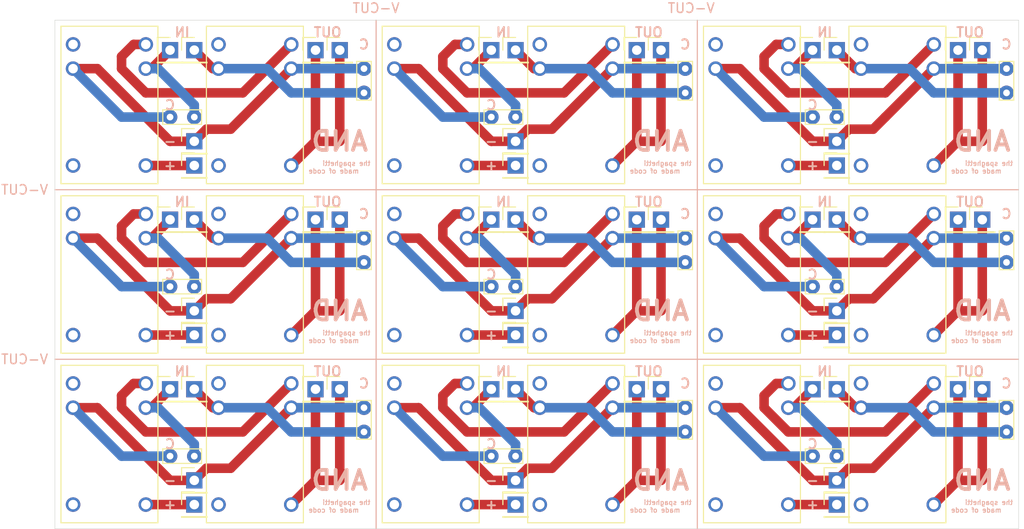
<source format=kicad_pcb>
(kicad_pcb (version 20171130) (host pcbnew "(5.1.6)-1")
  (layers (0 F.Cu signal) (31 B.Cu signal hide) (34 B.Paste user hide) (35 F.Paste user hide) (36 B.SilkS user) (37 F.SilkS user hide) (38 B.Mask user hide) (39 F.Mask user hide) (44 Edge.Cuts user))
  (net 0 "")
  (net 1 GND)
  (module Connector_PinHeader_2.54mm:PinHeader_1x01_P2.54mm_Vertical (layer F.Cu) (at 153.68 109.22)
    (fp_text reference REF**)
    (fp_text value PinHeader_1x01_P2.54mm_Vertical)
    (pad 1 thru_hole rect (at 0 0) (size 1.7 1.7) (drill 1) (layers *.Cu *.Mask))
  )
  (module Connector_PinHeader_2.54mm:PinHeader_1x01_P2.54mm_Vertical (layer F.Cu) (at 120.02 109.22)
    (fp_text reference REF**)
    (fp_text value PinHeader_1x01_P2.54mm_Vertical)
    (pad 1 thru_hole rect (at 0 0) (size 1.7 1.7) (drill 1) (layers *.Cu *.Mask))
  )
  (module Connector_PinHeader_2.54mm:PinHeader_1x01_P2.54mm_Vertical (layer F.Cu) (at 86.36 109.22)
    (fp_text reference REF**)
    (fp_text value PinHeader_1x01_P2.54mm_Vertical)
    (pad 1 thru_hole rect (at 0 0) (size 1.7 1.7) (drill 1) (layers *.Cu *.Mask))
  )
  (module Connector_PinHeader_2.54mm:PinHeader_1x01_P2.54mm_Vertical (layer F.Cu) (at 153.68 91.44)
    (fp_text reference REF**)
    (fp_text value PinHeader_1x01_P2.54mm_Vertical)
    (pad 1 thru_hole rect (at 0 0) (size 1.7 1.7) (drill 1) (layers *.Cu *.Mask))
  )
  (module Connector_PinHeader_2.54mm:PinHeader_1x01_P2.54mm_Vertical (layer F.Cu) (at 120.02 91.44)
    (fp_text reference REF**)
    (fp_text value PinHeader_1x01_P2.54mm_Vertical)
    (pad 1 thru_hole rect (at 0 0) (size 1.7 1.7) (drill 1) (layers *.Cu *.Mask))
  )
  (module Connector_PinHeader_2.54mm:PinHeader_1x01_P2.54mm_Vertical (layer F.Cu) (at 86.36 91.44)
    (fp_text reference REF**)
    (fp_text value PinHeader_1x01_P2.54mm_Vertical)
    (pad 1 thru_hole rect (at 0 0) (size 1.7 1.7) (drill 1) (layers *.Cu *.Mask))
  )
  (module Connector_PinHeader_2.54mm:PinHeader_1x01_P2.54mm_Vertical (layer F.Cu) (at 153.68 73.66)
    (fp_text reference REF**)
    (fp_text value PinHeader_1x01_P2.54mm_Vertical)
    (pad 1 thru_hole rect (at 0 0) (size 1.7 1.7) (drill 1) (layers *.Cu *.Mask))
  )
  (module Connector_PinHeader_2.54mm:PinHeader_1x01_P2.54mm_Vertical (layer F.Cu) (at 120.02 73.66)
    (fp_text reference REF**)
    (fp_text value PinHeader_1x01_P2.54mm_Vertical)
    (pad 1 thru_hole rect (at 0 0) (size 1.7 1.7) (drill 1) (layers *.Cu *.Mask))
  )
  (module Connector_PinHeader_2.54mm:PinHeader_1x01_P2.54mm_Vertical (layer F.Cu) (at 151.14 97.12)
    (fp_text reference REF**)
    (fp_text value PinHeader_1x01_P2.54mm_Vertical)
    (pad 1 thru_hole rect (at 0 0) (size 1.7 1.7) (drill 1) (layers *.Cu *.Mask))
  )
  (module Connector_PinHeader_2.54mm:PinHeader_1x01_P2.54mm_Vertical (layer F.Cu) (at 117.48 97.12)
    (fp_text reference REF**)
    (fp_text value PinHeader_1x01_P2.54mm_Vertical)
    (pad 1 thru_hole rect (at 0 0) (size 1.7 1.7) (drill 1) (layers *.Cu *.Mask))
  )
  (module Connector_PinHeader_2.54mm:PinHeader_1x01_P2.54mm_Vertical (layer F.Cu) (at 83.82 97.12)
    (fp_text reference REF**)
    (fp_text value PinHeader_1x01_P2.54mm_Vertical)
    (pad 1 thru_hole rect (at 0 0) (size 1.7 1.7) (drill 1) (layers *.Cu *.Mask))
  )
  (module Connector_PinHeader_2.54mm:PinHeader_1x01_P2.54mm_Vertical (layer F.Cu) (at 151.14 79.34)
    (fp_text reference REF**)
    (fp_text value PinHeader_1x01_P2.54mm_Vertical)
    (pad 1 thru_hole rect (at 0 0) (size 1.7 1.7) (drill 1) (layers *.Cu *.Mask))
  )
  (module Connector_PinHeader_2.54mm:PinHeader_1x01_P2.54mm_Vertical (layer F.Cu) (at 117.48 79.34)
    (fp_text reference REF**)
    (fp_text value PinHeader_1x01_P2.54mm_Vertical)
    (pad 1 thru_hole rect (at 0 0) (size 1.7 1.7) (drill 1) (layers *.Cu *.Mask))
  )
  (module Connector_PinHeader_2.54mm:PinHeader_1x01_P2.54mm_Vertical (layer F.Cu) (at 83.82 79.34)
    (fp_text reference REF**)
    (fp_text value PinHeader_1x01_P2.54mm_Vertical)
    (pad 1 thru_hole rect (at 0 0) (size 1.7 1.7) (drill 1) (layers *.Cu *.Mask))
  )
  (module Connector_PinHeader_2.54mm:PinHeader_1x01_P2.54mm_Vertical (layer F.Cu) (at 151.14 61.56)
    (fp_text reference REF**)
    (fp_text value PinHeader_1x01_P2.54mm_Vertical)
    (pad 1 thru_hole rect (at 0 0) (size 1.7 1.7) (drill 1) (layers *.Cu *.Mask))
  )
  (module Connector_PinHeader_2.54mm:PinHeader_1x01_P2.54mm_Vertical (layer F.Cu) (at 117.48 61.56)
    (fp_text reference REF**)
    (fp_text value PinHeader_1x01_P2.54mm_Vertical)
    (pad 1 thru_hole rect (at 0 0) (size 1.7 1.7) (drill 1) (layers *.Cu *.Mask))
  )
  (module Connector_PinHeader_2.54mm:PinHeader_1x01_P2.54mm_Vertical (layer F.Cu) (at 153.68 106.68)
    (fp_text reference REF**)
    (fp_text value PinHeader_1x01_P2.54mm_Vertical)
    (pad 1 thru_hole rect (at 0 0) (size 1.7 1.7) (drill 1) (layers *.Cu *.Mask))
  )
  (module Connector_PinHeader_2.54mm:PinHeader_1x01_P2.54mm_Vertical (layer F.Cu) (at 120.02 106.68)
    (fp_text reference REF**)
    (fp_text value PinHeader_1x01_P2.54mm_Vertical)
    (pad 1 thru_hole rect (at 0 0) (size 1.7 1.7) (drill 1) (layers *.Cu *.Mask))
  )
  (module Connector_PinHeader_2.54mm:PinHeader_1x01_P2.54mm_Vertical (layer F.Cu) (at 86.36 106.68)
    (fp_text reference REF**)
    (fp_text value PinHeader_1x01_P2.54mm_Vertical)
    (pad 1 thru_hole rect (at 0 0) (size 1.7 1.7) (drill 1) (layers *.Cu *.Mask))
  )
  (module Connector_PinHeader_2.54mm:PinHeader_1x01_P2.54mm_Vertical (layer F.Cu) (at 153.68 88.9)
    (fp_text reference REF**)
    (fp_text value PinHeader_1x01_P2.54mm_Vertical)
    (pad 1 thru_hole rect (at 0 0) (size 1.7 1.7) (drill 1) (layers *.Cu *.Mask))
  )
  (module Connector_PinHeader_2.54mm:PinHeader_1x01_P2.54mm_Vertical (layer F.Cu) (at 120.02 88.9)
    (fp_text reference REF**)
    (fp_text value PinHeader_1x01_P2.54mm_Vertical)
    (pad 1 thru_hole rect (at 0 0) (size 1.7 1.7) (drill 1) (layers *.Cu *.Mask))
  )
  (module Connector_PinHeader_2.54mm:PinHeader_1x01_P2.54mm_Vertical (layer F.Cu) (at 86.36 88.9)
    (fp_text reference REF**)
    (fp_text value PinHeader_1x01_P2.54mm_Vertical)
    (pad 1 thru_hole rect (at 0 0) (size 1.7 1.7) (drill 1) (layers *.Cu *.Mask))
  )
  (module Connector_PinHeader_2.54mm:PinHeader_1x01_P2.54mm_Vertical (layer F.Cu) (at 153.68 71.12)
    (fp_text reference REF**)
    (fp_text value PinHeader_1x01_P2.54mm_Vertical)
    (pad 1 thru_hole rect (at 0 0) (size 1.7 1.7) (drill 1) (layers *.Cu *.Mask))
  )
  (module Connector_PinHeader_2.54mm:PinHeader_1x01_P2.54mm_Vertical (layer F.Cu) (at 120.02 71.12)
    (fp_text reference REF**)
    (fp_text value PinHeader_1x01_P2.54mm_Vertical)
    (pad 1 thru_hole rect (at 0 0) (size 1.7 1.7) (drill 1) (layers *.Cu *.Mask))
  )
  (module Connector_PinHeader_2.54mm:PinHeader_1x01_P2.54mm_Vertical (layer F.Cu) (at 166.38 97.12)
    (fp_text reference REF**)
    (fp_text value PinHeader_1x01_P2.54mm_Vertical)
    (pad 1 thru_hole rect (at 0 0) (size 1.7 1.7) (drill 1) (layers *.Cu *.Mask))
  )
  (module Connector_PinHeader_2.54mm:PinHeader_1x01_P2.54mm_Vertical (layer F.Cu) (at 132.72 97.12)
    (fp_text reference REF**)
    (fp_text value PinHeader_1x01_P2.54mm_Vertical)
    (pad 1 thru_hole rect (at 0 0) (size 1.7 1.7) (drill 1) (layers *.Cu *.Mask))
  )
  (module Connector_PinHeader_2.54mm:PinHeader_1x01_P2.54mm_Vertical (layer F.Cu) (at 99.06 97.12)
    (fp_text reference REF**)
    (fp_text value PinHeader_1x01_P2.54mm_Vertical)
    (pad 1 thru_hole rect (at 0 0) (size 1.7 1.7) (drill 1) (layers *.Cu *.Mask))
  )
  (module Connector_PinHeader_2.54mm:PinHeader_1x01_P2.54mm_Vertical (layer F.Cu) (at 166.38 79.34)
    (fp_text reference REF**)
    (fp_text value PinHeader_1x01_P2.54mm_Vertical)
    (pad 1 thru_hole rect (at 0 0) (size 1.7 1.7) (drill 1) (layers *.Cu *.Mask))
  )
  (module Connector_PinHeader_2.54mm:PinHeader_1x01_P2.54mm_Vertical (layer F.Cu) (at 132.72 79.34)
    (fp_text reference REF**)
    (fp_text value PinHeader_1x01_P2.54mm_Vertical)
    (pad 1 thru_hole rect (at 0 0) (size 1.7 1.7) (drill 1) (layers *.Cu *.Mask))
  )
  (module Connector_PinHeader_2.54mm:PinHeader_1x01_P2.54mm_Vertical (layer F.Cu) (at 99.06 79.34)
    (fp_text reference REF**)
    (fp_text value PinHeader_1x01_P2.54mm_Vertical)
    (pad 1 thru_hole rect (at 0 0) (size 1.7 1.7) (drill 1) (layers *.Cu *.Mask))
  )
  (module Connector_PinHeader_2.54mm:PinHeader_1x01_P2.54mm_Vertical (layer F.Cu) (at 166.38 61.56)
    (fp_text reference REF**)
    (fp_text value PinHeader_1x01_P2.54mm_Vertical)
    (pad 1 thru_hole rect (at 0 0) (size 1.7 1.7) (drill 1) (layers *.Cu *.Mask))
  )
  (module Connector_PinHeader_2.54mm:PinHeader_1x01_P2.54mm_Vertical (layer F.Cu) (at 132.72 61.56)
    (fp_text reference REF**)
    (fp_text value PinHeader_1x01_P2.54mm_Vertical)
    (pad 1 thru_hole rect (at 0 0) (size 1.7 1.7) (drill 1) (layers *.Cu *.Mask))
  )
  (module MiyakeFootprintLib:Condensor (layer F.Cu) (at 171.46 99.06 270)
    (fp_text reference REF**)
    (fp_text value Condensor)
    (pad 1 thru_hole circle (at 0 0 270) (size 1.524 1.524) (drill 0.7) (layers *.Cu *.Mask))
    (pad 2 thru_hole circle (at 2.54 0 270) (size 1.524 1.524) (drill 0.7) (layers *.Cu *.Mask))
  )
  (module MiyakeFootprintLib:Condensor (layer F.Cu) (at 137.8 99.06 270)
    (fp_text reference REF**)
    (fp_text value Condensor)
    (pad 1 thru_hole circle (at 0 0 270) (size 1.524 1.524) (drill 0.7) (layers *.Cu *.Mask))
    (pad 2 thru_hole circle (at 2.54 0 270) (size 1.524 1.524) (drill 0.7) (layers *.Cu *.Mask))
  )
  (module MiyakeFootprintLib:Condensor (layer F.Cu) (at 104.14 99.06 270)
    (fp_text reference REF**)
    (fp_text value Condensor)
    (pad 1 thru_hole circle (at 0 0 270) (size 1.524 1.524) (drill 0.7) (layers *.Cu *.Mask))
    (pad 2 thru_hole circle (at 2.54 0 270) (size 1.524 1.524) (drill 0.7) (layers *.Cu *.Mask))
  )
  (module MiyakeFootprintLib:Condensor (layer F.Cu) (at 171.46 81.28 270)
    (fp_text reference REF**)
    (fp_text value Condensor)
    (pad 1 thru_hole circle (at 0 0 270) (size 1.524 1.524) (drill 0.7) (layers *.Cu *.Mask))
    (pad 2 thru_hole circle (at 2.54 0 270) (size 1.524 1.524) (drill 0.7) (layers *.Cu *.Mask))
  )
  (module MiyakeFootprintLib:Condensor (layer F.Cu) (at 137.8 81.28 270)
    (fp_text reference REF**)
    (fp_text value Condensor)
    (pad 1 thru_hole circle (at 0 0 270) (size 1.524 1.524) (drill 0.7) (layers *.Cu *.Mask))
    (pad 2 thru_hole circle (at 2.54 0 270) (size 1.524 1.524) (drill 0.7) (layers *.Cu *.Mask))
  )
  (module MiyakeFootprintLib:Condensor (layer F.Cu) (at 104.14 81.28 270)
    (fp_text reference REF**)
    (fp_text value Condensor)
    (pad 1 thru_hole circle (at 0 0 270) (size 1.524 1.524) (drill 0.7) (layers *.Cu *.Mask))
    (pad 2 thru_hole circle (at 2.54 0 270) (size 1.524 1.524) (drill 0.7) (layers *.Cu *.Mask))
  )
  (module MiyakeFootprintLib:Condensor (layer F.Cu) (at 171.46 63.5 270)
    (fp_text reference REF**)
    (fp_text value Condensor)
    (pad 1 thru_hole circle (at 0 0 270) (size 1.524 1.524) (drill 0.7) (layers *.Cu *.Mask))
    (pad 2 thru_hole circle (at 2.54 0 270) (size 1.524 1.524) (drill 0.7) (layers *.Cu *.Mask))
  )
  (module MiyakeFootprintLib:Condensor (layer F.Cu) (at 137.8 63.5 270)
    (fp_text reference REF**)
    (fp_text value Condensor)
    (pad 1 thru_hole circle (at 0 0 270) (size 1.524 1.524) (drill 0.7) (layers *.Cu *.Mask))
    (pad 2 thru_hole circle (at 2.54 0 270) (size 1.524 1.524) (drill 0.7) (layers *.Cu *.Mask))
  )
  (module MiyakeFootprintLib:Condensor (layer F.Cu) (at 151.14 104.14)
    (fp_text reference REF**)
    (fp_text value Condensor)
    (pad 2 thru_hole circle (at 2.54 0) (size 1.524 1.524) (drill 0.7) (layers *.Cu *.Mask))
    (pad 1 thru_hole circle (at 0 0) (size 1.524 1.524) (drill 0.7) (layers *.Cu *.Mask))
  )
  (module MiyakeFootprintLib:Condensor (layer F.Cu) (at 117.48 104.14)
    (fp_text reference REF**)
    (fp_text value Condensor)
    (pad 2 thru_hole circle (at 2.54 0) (size 1.524 1.524) (drill 0.7) (layers *.Cu *.Mask))
    (pad 1 thru_hole circle (at 0 0) (size 1.524 1.524) (drill 0.7) (layers *.Cu *.Mask))
  )
  (module MiyakeFootprintLib:Condensor (layer F.Cu) (at 83.82 104.14)
    (fp_text reference REF**)
    (fp_text value Condensor)
    (pad 2 thru_hole circle (at 2.54 0) (size 1.524 1.524) (drill 0.7) (layers *.Cu *.Mask))
    (pad 1 thru_hole circle (at 0 0) (size 1.524 1.524) (drill 0.7) (layers *.Cu *.Mask))
  )
  (module MiyakeFootprintLib:Condensor (layer F.Cu) (at 151.14 86.36)
    (fp_text reference REF**)
    (fp_text value Condensor)
    (pad 2 thru_hole circle (at 2.54 0) (size 1.524 1.524) (drill 0.7) (layers *.Cu *.Mask))
    (pad 1 thru_hole circle (at 0 0) (size 1.524 1.524) (drill 0.7) (layers *.Cu *.Mask))
  )
  (module MiyakeFootprintLib:Condensor (layer F.Cu) (at 117.48 86.36)
    (fp_text reference REF**)
    (fp_text value Condensor)
    (pad 2 thru_hole circle (at 2.54 0) (size 1.524 1.524) (drill 0.7) (layers *.Cu *.Mask))
    (pad 1 thru_hole circle (at 0 0) (size 1.524 1.524) (drill 0.7) (layers *.Cu *.Mask))
  )
  (module MiyakeFootprintLib:Condensor (layer F.Cu) (at 83.82 86.36)
    (fp_text reference REF**)
    (fp_text value Condensor)
    (pad 2 thru_hole circle (at 2.54 0) (size 1.524 1.524) (drill 0.7) (layers *.Cu *.Mask))
    (pad 1 thru_hole circle (at 0 0) (size 1.524 1.524) (drill 0.7) (layers *.Cu *.Mask))
  )
  (module MiyakeFootprintLib:Condensor (layer F.Cu) (at 151.14 68.58)
    (fp_text reference REF**)
    (fp_text value Condensor)
    (pad 2 thru_hole circle (at 2.54 0) (size 1.524 1.524) (drill 0.7) (layers *.Cu *.Mask))
    (pad 1 thru_hole circle (at 0 0) (size 1.524 1.524) (drill 0.7) (layers *.Cu *.Mask))
  )
  (module MiyakeFootprintLib:Condensor (layer F.Cu) (at 117.48 68.58)
    (fp_text reference REF**)
    (fp_text value Condensor)
    (pad 2 thru_hole circle (at 2.54 0) (size 1.524 1.524) (drill 0.7) (layers *.Cu *.Mask))
    (pad 1 thru_hole circle (at 0 0) (size 1.524 1.524) (drill 0.7) (layers *.Cu *.Mask))
  )
  (module MiyakeFootprintLib:946H-1C-24D (layer F.Cu) (at 146.06 101.6)
    (fp_text reference REF**)
    (fp_text value 946H-1C-24D)
    (pad 6 thru_hole circle (at 2.54 7.62) (size 1.524 1.524) (drill 1) (layers *.Cu *.Mask))
    (pad 5 thru_hole circle (at -5.08 7.62) (size 1.524 1.524) (drill 1) (layers *.Cu *.Mask))
    (pad 4 thru_hole circle (at -5.08 -2.54) (size 1.524 1.524) (drill 1) (layers *.Cu *.Mask))
    (pad 3 thru_hole circle (at 2.54 -2.54) (size 1.524 1.524) (drill 1) (layers *.Cu *.Mask))
    (pad 2 thru_hole circle (at 2.54 -5.08) (size 1.524 1.524) (drill 1) (layers *.Cu *.Mask))
    (pad 1 thru_hole circle (at -5.08 -5.08) (size 1.524 1.524) (drill 1) (layers *.Cu *.Mask))
  )
  (module MiyakeFootprintLib:946H-1C-24D (layer F.Cu) (at 112.4 101.6)
    (fp_text reference REF**)
    (fp_text value 946H-1C-24D)
    (pad 6 thru_hole circle (at 2.54 7.62) (size 1.524 1.524) (drill 1) (layers *.Cu *.Mask))
    (pad 5 thru_hole circle (at -5.08 7.62) (size 1.524 1.524) (drill 1) (layers *.Cu *.Mask))
    (pad 4 thru_hole circle (at -5.08 -2.54) (size 1.524 1.524) (drill 1) (layers *.Cu *.Mask))
    (pad 3 thru_hole circle (at 2.54 -2.54) (size 1.524 1.524) (drill 1) (layers *.Cu *.Mask))
    (pad 2 thru_hole circle (at 2.54 -5.08) (size 1.524 1.524) (drill 1) (layers *.Cu *.Mask))
    (pad 1 thru_hole circle (at -5.08 -5.08) (size 1.524 1.524) (drill 1) (layers *.Cu *.Mask))
  )
  (module MiyakeFootprintLib:946H-1C-24D (layer F.Cu) (at 78.74 101.6)
    (fp_text reference REF**)
    (fp_text value 946H-1C-24D)
    (pad 6 thru_hole circle (at 2.54 7.62) (size 1.524 1.524) (drill 1) (layers *.Cu *.Mask))
    (pad 5 thru_hole circle (at -5.08 7.62) (size 1.524 1.524) (drill 1) (layers *.Cu *.Mask))
    (pad 4 thru_hole circle (at -5.08 -2.54) (size 1.524 1.524) (drill 1) (layers *.Cu *.Mask))
    (pad 3 thru_hole circle (at 2.54 -2.54) (size 1.524 1.524) (drill 1) (layers *.Cu *.Mask))
    (pad 2 thru_hole circle (at 2.54 -5.08) (size 1.524 1.524) (drill 1) (layers *.Cu *.Mask))
    (pad 1 thru_hole circle (at -5.08 -5.08) (size 1.524 1.524) (drill 1) (layers *.Cu *.Mask))
  )
  (module MiyakeFootprintLib:946H-1C-24D (layer F.Cu) (at 146.06 83.82)
    (fp_text reference REF**)
    (fp_text value 946H-1C-24D)
    (pad 6 thru_hole circle (at 2.54 7.62) (size 1.524 1.524) (drill 1) (layers *.Cu *.Mask))
    (pad 5 thru_hole circle (at -5.08 7.62) (size 1.524 1.524) (drill 1) (layers *.Cu *.Mask))
    (pad 4 thru_hole circle (at -5.08 -2.54) (size 1.524 1.524) (drill 1) (layers *.Cu *.Mask))
    (pad 3 thru_hole circle (at 2.54 -2.54) (size 1.524 1.524) (drill 1) (layers *.Cu *.Mask))
    (pad 2 thru_hole circle (at 2.54 -5.08) (size 1.524 1.524) (drill 1) (layers *.Cu *.Mask))
    (pad 1 thru_hole circle (at -5.08 -5.08) (size 1.524 1.524) (drill 1) (layers *.Cu *.Mask))
  )
  (module MiyakeFootprintLib:946H-1C-24D (layer F.Cu) (at 112.4 83.82)
    (fp_text reference REF**)
    (fp_text value 946H-1C-24D)
    (pad 6 thru_hole circle (at 2.54 7.62) (size 1.524 1.524) (drill 1) (layers *.Cu *.Mask))
    (pad 5 thru_hole circle (at -5.08 7.62) (size 1.524 1.524) (drill 1) (layers *.Cu *.Mask))
    (pad 4 thru_hole circle (at -5.08 -2.54) (size 1.524 1.524) (drill 1) (layers *.Cu *.Mask))
    (pad 3 thru_hole circle (at 2.54 -2.54) (size 1.524 1.524) (drill 1) (layers *.Cu *.Mask))
    (pad 2 thru_hole circle (at 2.54 -5.08) (size 1.524 1.524) (drill 1) (layers *.Cu *.Mask))
    (pad 1 thru_hole circle (at -5.08 -5.08) (size 1.524 1.524) (drill 1) (layers *.Cu *.Mask))
  )
  (module MiyakeFootprintLib:946H-1C-24D (layer F.Cu) (at 78.74 83.82)
    (fp_text reference REF**)
    (fp_text value 946H-1C-24D)
    (pad 6 thru_hole circle (at 2.54 7.62) (size 1.524 1.524) (drill 1) (layers *.Cu *.Mask))
    (pad 5 thru_hole circle (at -5.08 7.62) (size 1.524 1.524) (drill 1) (layers *.Cu *.Mask))
    (pad 4 thru_hole circle (at -5.08 -2.54) (size 1.524 1.524) (drill 1) (layers *.Cu *.Mask))
    (pad 3 thru_hole circle (at 2.54 -2.54) (size 1.524 1.524) (drill 1) (layers *.Cu *.Mask))
    (pad 2 thru_hole circle (at 2.54 -5.08) (size 1.524 1.524) (drill 1) (layers *.Cu *.Mask))
    (pad 1 thru_hole circle (at -5.08 -5.08) (size 1.524 1.524) (drill 1) (layers *.Cu *.Mask))
  )
  (module MiyakeFootprintLib:946H-1C-24D (layer F.Cu) (at 146.06 66.04)
    (fp_text reference REF**)
    (fp_text value 946H-1C-24D)
    (pad 6 thru_hole circle (at 2.54 7.62) (size 1.524 1.524) (drill 1) (layers *.Cu *.Mask))
    (pad 5 thru_hole circle (at -5.08 7.62) (size 1.524 1.524) (drill 1) (layers *.Cu *.Mask))
    (pad 4 thru_hole circle (at -5.08 -2.54) (size 1.524 1.524) (drill 1) (layers *.Cu *.Mask))
    (pad 3 thru_hole circle (at 2.54 -2.54) (size 1.524 1.524) (drill 1) (layers *.Cu *.Mask))
    (pad 2 thru_hole circle (at 2.54 -5.08) (size 1.524 1.524) (drill 1) (layers *.Cu *.Mask))
    (pad 1 thru_hole circle (at -5.08 -5.08) (size 1.524 1.524) (drill 1) (layers *.Cu *.Mask))
  )
  (module MiyakeFootprintLib:946H-1C-24D (layer F.Cu) (at 112.4 66.04)
    (fp_text reference REF**)
    (fp_text value 946H-1C-24D)
    (pad 6 thru_hole circle (at 2.54 7.62) (size 1.524 1.524) (drill 1) (layers *.Cu *.Mask))
    (pad 5 thru_hole circle (at -5.08 7.62) (size 1.524 1.524) (drill 1) (layers *.Cu *.Mask))
    (pad 4 thru_hole circle (at -5.08 -2.54) (size 1.524 1.524) (drill 1) (layers *.Cu *.Mask))
    (pad 3 thru_hole circle (at 2.54 -2.54) (size 1.524 1.524) (drill 1) (layers *.Cu *.Mask))
    (pad 2 thru_hole circle (at 2.54 -5.08) (size 1.524 1.524) (drill 1) (layers *.Cu *.Mask))
    (pad 1 thru_hole circle (at -5.08 -5.08) (size 1.524 1.524) (drill 1) (layers *.Cu *.Mask))
  )
  (module MiyakeFootprintLib:946H-1C-24D (layer F.Cu) (at 161.3 101.6)
    (fp_text reference REF**)
    (fp_text value 946H-1C-24D)
    (pad 6 thru_hole circle (at 2.54 7.62) (size 1.524 1.524) (drill 1) (layers *.Cu *.Mask))
    (pad 5 thru_hole circle (at -5.08 7.62) (size 1.524 1.524) (drill 1) (layers *.Cu *.Mask))
    (pad 4 thru_hole circle (at -5.08 -2.54) (size 1.524 1.524) (drill 1) (layers *.Cu *.Mask))
    (pad 3 thru_hole circle (at 2.54 -2.54) (size 1.524 1.524) (drill 1) (layers *.Cu *.Mask))
    (pad 2 thru_hole circle (at 2.54 -5.08) (size 1.524 1.524) (drill 1) (layers *.Cu *.Mask))
    (pad 1 thru_hole circle (at -5.08 -5.08) (size 1.524 1.524) (drill 1) (layers *.Cu *.Mask))
  )
  (module MiyakeFootprintLib:946H-1C-24D (layer F.Cu) (at 127.64 101.6)
    (fp_text reference REF**)
    (fp_text value 946H-1C-24D)
    (pad 6 thru_hole circle (at 2.54 7.62) (size 1.524 1.524) (drill 1) (layers *.Cu *.Mask))
    (pad 5 thru_hole circle (at -5.08 7.62) (size 1.524 1.524) (drill 1) (layers *.Cu *.Mask))
    (pad 4 thru_hole circle (at -5.08 -2.54) (size 1.524 1.524) (drill 1) (layers *.Cu *.Mask))
    (pad 3 thru_hole circle (at 2.54 -2.54) (size 1.524 1.524) (drill 1) (layers *.Cu *.Mask))
    (pad 2 thru_hole circle (at 2.54 -5.08) (size 1.524 1.524) (drill 1) (layers *.Cu *.Mask))
    (pad 1 thru_hole circle (at -5.08 -5.08) (size 1.524 1.524) (drill 1) (layers *.Cu *.Mask))
  )
  (module MiyakeFootprintLib:946H-1C-24D (layer F.Cu) (at 93.98 101.6)
    (fp_text reference REF**)
    (fp_text value 946H-1C-24D)
    (pad 6 thru_hole circle (at 2.54 7.62) (size 1.524 1.524) (drill 1) (layers *.Cu *.Mask))
    (pad 5 thru_hole circle (at -5.08 7.62) (size 1.524 1.524) (drill 1) (layers *.Cu *.Mask))
    (pad 4 thru_hole circle (at -5.08 -2.54) (size 1.524 1.524) (drill 1) (layers *.Cu *.Mask))
    (pad 3 thru_hole circle (at 2.54 -2.54) (size 1.524 1.524) (drill 1) (layers *.Cu *.Mask))
    (pad 2 thru_hole circle (at 2.54 -5.08) (size 1.524 1.524) (drill 1) (layers *.Cu *.Mask))
    (pad 1 thru_hole circle (at -5.08 -5.08) (size 1.524 1.524) (drill 1) (layers *.Cu *.Mask))
  )
  (module MiyakeFootprintLib:946H-1C-24D (layer F.Cu) (at 161.3 83.82)
    (fp_text reference REF**)
    (fp_text value 946H-1C-24D)
    (pad 6 thru_hole circle (at 2.54 7.62) (size 1.524 1.524) (drill 1) (layers *.Cu *.Mask))
    (pad 5 thru_hole circle (at -5.08 7.62) (size 1.524 1.524) (drill 1) (layers *.Cu *.Mask))
    (pad 4 thru_hole circle (at -5.08 -2.54) (size 1.524 1.524) (drill 1) (layers *.Cu *.Mask))
    (pad 3 thru_hole circle (at 2.54 -2.54) (size 1.524 1.524) (drill 1) (layers *.Cu *.Mask))
    (pad 2 thru_hole circle (at 2.54 -5.08) (size 1.524 1.524) (drill 1) (layers *.Cu *.Mask))
    (pad 1 thru_hole circle (at -5.08 -5.08) (size 1.524 1.524) (drill 1) (layers *.Cu *.Mask))
  )
  (module MiyakeFootprintLib:946H-1C-24D (layer F.Cu) (at 127.64 83.82)
    (fp_text reference REF**)
    (fp_text value 946H-1C-24D)
    (pad 6 thru_hole circle (at 2.54 7.62) (size 1.524 1.524) (drill 1) (layers *.Cu *.Mask))
    (pad 5 thru_hole circle (at -5.08 7.62) (size 1.524 1.524) (drill 1) (layers *.Cu *.Mask))
    (pad 4 thru_hole circle (at -5.08 -2.54) (size 1.524 1.524) (drill 1) (layers *.Cu *.Mask))
    (pad 3 thru_hole circle (at 2.54 -2.54) (size 1.524 1.524) (drill 1) (layers *.Cu *.Mask))
    (pad 2 thru_hole circle (at 2.54 -5.08) (size 1.524 1.524) (drill 1) (layers *.Cu *.Mask))
    (pad 1 thru_hole circle (at -5.08 -5.08) (size 1.524 1.524) (drill 1) (layers *.Cu *.Mask))
  )
  (module MiyakeFootprintLib:946H-1C-24D (layer F.Cu) (at 93.98 83.82)
    (fp_text reference REF**)
    (fp_text value 946H-1C-24D)
    (pad 6 thru_hole circle (at 2.54 7.62) (size 1.524 1.524) (drill 1) (layers *.Cu *.Mask))
    (pad 5 thru_hole circle (at -5.08 7.62) (size 1.524 1.524) (drill 1) (layers *.Cu *.Mask))
    (pad 4 thru_hole circle (at -5.08 -2.54) (size 1.524 1.524) (drill 1) (layers *.Cu *.Mask))
    (pad 3 thru_hole circle (at 2.54 -2.54) (size 1.524 1.524) (drill 1) (layers *.Cu *.Mask))
    (pad 2 thru_hole circle (at 2.54 -5.08) (size 1.524 1.524) (drill 1) (layers *.Cu *.Mask))
    (pad 1 thru_hole circle (at -5.08 -5.08) (size 1.524 1.524) (drill 1) (layers *.Cu *.Mask))
  )
  (module MiyakeFootprintLib:946H-1C-24D (layer F.Cu) (at 161.3 66.04)
    (fp_text reference REF**)
    (fp_text value 946H-1C-24D)
    (pad 6 thru_hole circle (at 2.54 7.62) (size 1.524 1.524) (drill 1) (layers *.Cu *.Mask))
    (pad 5 thru_hole circle (at -5.08 7.62) (size 1.524 1.524) (drill 1) (layers *.Cu *.Mask))
    (pad 4 thru_hole circle (at -5.08 -2.54) (size 1.524 1.524) (drill 1) (layers *.Cu *.Mask))
    (pad 3 thru_hole circle (at 2.54 -2.54) (size 1.524 1.524) (drill 1) (layers *.Cu *.Mask))
    (pad 2 thru_hole circle (at 2.54 -5.08) (size 1.524 1.524) (drill 1) (layers *.Cu *.Mask))
    (pad 1 thru_hole circle (at -5.08 -5.08) (size 1.524 1.524) (drill 1) (layers *.Cu *.Mask))
  )
  (module MiyakeFootprintLib:946H-1C-24D (layer F.Cu) (at 127.64 66.04)
    (fp_text reference REF**)
    (fp_text value 946H-1C-24D)
    (pad 6 thru_hole circle (at 2.54 7.62) (size 1.524 1.524) (drill 1) (layers *.Cu *.Mask))
    (pad 5 thru_hole circle (at -5.08 7.62) (size 1.524 1.524) (drill 1) (layers *.Cu *.Mask))
    (pad 4 thru_hole circle (at -5.08 -2.54) (size 1.524 1.524) (drill 1) (layers *.Cu *.Mask))
    (pad 3 thru_hole circle (at 2.54 -2.54) (size 1.524 1.524) (drill 1) (layers *.Cu *.Mask))
    (pad 2 thru_hole circle (at 2.54 -5.08) (size 1.524 1.524) (drill 1) (layers *.Cu *.Mask))
    (pad 1 thru_hole circle (at -5.08 -5.08) (size 1.524 1.524) (drill 1) (layers *.Cu *.Mask))
  )
  (module Connector_PinHeader_2.54mm:PinHeader_1x01_P2.54mm_Vertical (layer F.Cu) (at 153.68 97.12)
    (fp_text reference REF**)
    (fp_text value PinHeader_1x01_P2.54mm_Vertical)
    (pad 1 thru_hole rect (at 0 0) (size 1.7 1.7) (drill 1) (layers *.Cu *.Mask))
  )
  (module Connector_PinHeader_2.54mm:PinHeader_1x01_P2.54mm_Vertical (layer F.Cu) (at 120.02 97.12)
    (fp_text reference REF**)
    (fp_text value PinHeader_1x01_P2.54mm_Vertical)
    (pad 1 thru_hole rect (at 0 0) (size 1.7 1.7) (drill 1) (layers *.Cu *.Mask))
  )
  (module Connector_PinHeader_2.54mm:PinHeader_1x01_P2.54mm_Vertical (layer F.Cu) (at 86.36 97.12)
    (fp_text reference REF**)
    (fp_text value PinHeader_1x01_P2.54mm_Vertical)
    (pad 1 thru_hole rect (at 0 0) (size 1.7 1.7) (drill 1) (layers *.Cu *.Mask))
  )
  (module Connector_PinHeader_2.54mm:PinHeader_1x01_P2.54mm_Vertical (layer F.Cu) (at 153.68 79.34)
    (fp_text reference REF**)
    (fp_text value PinHeader_1x01_P2.54mm_Vertical)
    (pad 1 thru_hole rect (at 0 0) (size 1.7 1.7) (drill 1) (layers *.Cu *.Mask))
  )
  (module Connector_PinHeader_2.54mm:PinHeader_1x01_P2.54mm_Vertical (layer F.Cu) (at 120.02 79.34)
    (fp_text reference REF**)
    (fp_text value PinHeader_1x01_P2.54mm_Vertical)
    (pad 1 thru_hole rect (at 0 0) (size 1.7 1.7) (drill 1) (layers *.Cu *.Mask))
  )
  (module Connector_PinHeader_2.54mm:PinHeader_1x01_P2.54mm_Vertical (layer F.Cu) (at 86.36 79.34)
    (fp_text reference REF**)
    (fp_text value PinHeader_1x01_P2.54mm_Vertical)
    (pad 1 thru_hole rect (at 0 0) (size 1.7 1.7) (drill 1) (layers *.Cu *.Mask))
  )
  (module Connector_PinHeader_2.54mm:PinHeader_1x01_P2.54mm_Vertical (layer F.Cu) (at 153.68 61.56)
    (fp_text reference REF**)
    (fp_text value PinHeader_1x01_P2.54mm_Vertical)
    (pad 1 thru_hole rect (at 0 0) (size 1.7 1.7) (drill 1) (layers *.Cu *.Mask))
  )
  (module Connector_PinHeader_2.54mm:PinHeader_1x01_P2.54mm_Vertical (layer F.Cu) (at 120.02 61.56)
    (fp_text reference REF**)
    (fp_text value PinHeader_1x01_P2.54mm_Vertical)
    (pad 1 thru_hole rect (at 0 0) (size 1.7 1.7) (drill 1) (layers *.Cu *.Mask))
  )
  (module Connector_PinHeader_2.54mm:PinHeader_1x01_P2.54mm_Vertical (layer F.Cu) (at 168.92 97.12)
    (fp_text reference REF**)
    (fp_text value PinHeader_1x01_P2.54mm_Vertical)
    (pad 1 thru_hole rect (at 0 0) (size 1.7 1.7) (drill 1) (layers *.Cu *.Mask))
  )
  (module Connector_PinHeader_2.54mm:PinHeader_1x01_P2.54mm_Vertical (layer F.Cu) (at 135.26 97.12)
    (fp_text reference REF**)
    (fp_text value PinHeader_1x01_P2.54mm_Vertical)
    (pad 1 thru_hole rect (at 0 0) (size 1.7 1.7) (drill 1) (layers *.Cu *.Mask))
  )
  (module Connector_PinHeader_2.54mm:PinHeader_1x01_P2.54mm_Vertical (layer F.Cu) (at 101.6 97.12)
    (fp_text reference REF**)
    (fp_text value PinHeader_1x01_P2.54mm_Vertical)
    (pad 1 thru_hole rect (at 0 0) (size 1.7 1.7) (drill 1) (layers *.Cu *.Mask))
  )
  (module Connector_PinHeader_2.54mm:PinHeader_1x01_P2.54mm_Vertical (layer F.Cu) (at 168.92 79.34)
    (fp_text reference REF**)
    (fp_text value PinHeader_1x01_P2.54mm_Vertical)
    (pad 1 thru_hole rect (at 0 0) (size 1.7 1.7) (drill 1) (layers *.Cu *.Mask))
  )
  (module Connector_PinHeader_2.54mm:PinHeader_1x01_P2.54mm_Vertical (layer F.Cu) (at 135.26 79.34)
    (fp_text reference REF**)
    (fp_text value PinHeader_1x01_P2.54mm_Vertical)
    (pad 1 thru_hole rect (at 0 0) (size 1.7 1.7) (drill 1) (layers *.Cu *.Mask))
  )
  (module Connector_PinHeader_2.54mm:PinHeader_1x01_P2.54mm_Vertical (layer F.Cu) (at 101.6 79.34)
    (fp_text reference REF**)
    (fp_text value PinHeader_1x01_P2.54mm_Vertical)
    (pad 1 thru_hole rect (at 0 0) (size 1.7 1.7) (drill 1) (layers *.Cu *.Mask))
  )
  (module Connector_PinHeader_2.54mm:PinHeader_1x01_P2.54mm_Vertical (layer F.Cu) (at 168.92 61.56)
    (fp_text reference REF**)
    (fp_text value PinHeader_1x01_P2.54mm_Vertical)
    (pad 1 thru_hole rect (at 0 0) (size 1.7 1.7) (drill 1) (layers *.Cu *.Mask))
  )
  (module Connector_PinHeader_2.54mm:PinHeader_1x01_P2.54mm_Vertical (layer F.Cu) (at 135.26 61.56)
    (fp_text reference REF**)
    (fp_text value PinHeader_1x01_P2.54mm_Vertical)
    (pad 1 thru_hole rect (at 0 0) (size 1.7 1.7) (drill 1) (layers *.Cu *.Mask))
  )
  (module MiyakeFootprintLib:Condensor (layer F.Cu) (at 83.82 68.58)
    (fp_text reference REF**)
    (fp_text value Condensor)
    (pad 1 thru_hole circle (at 0 0) (size 1.524 1.524) (drill 0.7) (layers *.Cu *.Mask))
    (pad 2 thru_hole circle (at 2.54 0) (size 1.524 1.524) (drill 0.7) (layers *.Cu *.Mask))
  )
  (module MiyakeFootprintLib:Condensor (layer F.Cu) (at 104.14 63.5 270)
    (fp_text reference REF**)
    (fp_text value Condensor)
    (pad 2 thru_hole circle (at 2.54 0 270) (size 1.524 1.524) (drill 0.7) (layers *.Cu *.Mask))
    (pad 1 thru_hole circle (at 0 0 270) (size 1.524 1.524) (drill 0.7) (layers *.Cu *.Mask))
  )
  (module Connector_PinHeader_2.54mm:PinHeader_1x01_P2.54mm_Vertical (layer F.Cu) (at 86.36 71.12)
    (fp_text reference REF**)
    (fp_text value PinHeader_1x01_P2.54mm_Vertical)
    (pad 1 thru_hole rect (at 0 0) (size 1.7 1.7) (drill 1) (layers *.Cu *.Mask))
  )
  (module Connector_PinHeader_2.54mm:PinHeader_1x01_P2.54mm_Vertical (layer F.Cu) (at 86.36 73.66)
    (fp_text reference REF**)
    (fp_text value PinHeader_1x01_P2.54mm_Vertical)
    (pad 1 thru_hole rect (at 0 0) (size 1.7 1.7) (drill 1) (layers *.Cu *.Mask))
  )
  (module Connector_PinHeader_2.54mm:PinHeader_1x01_P2.54mm_Vertical (layer F.Cu) (at 101.6 61.56)
    (fp_text reference REF**)
    (fp_text value PinHeader_1x01_P2.54mm_Vertical)
    (pad 1 thru_hole rect (at 0 0) (size 1.7 1.7) (drill 1) (layers *.Cu *.Mask))
  )
  (module Connector_PinHeader_2.54mm:PinHeader_1x01_P2.54mm_Vertical (layer F.Cu) (at 99.06 61.56)
    (fp_text reference REF**)
    (fp_text value PinHeader_1x01_P2.54mm_Vertical)
    (pad 1 thru_hole rect (at 0 0) (size 1.7 1.7) (drill 1) (layers *.Cu *.Mask))
  )
  (module Connector_PinHeader_2.54mm:PinHeader_1x01_P2.54mm_Vertical (layer F.Cu) (at 86.36 61.56)
    (fp_text reference REF**)
    (fp_text value PinHeader_1x01_P2.54mm_Vertical)
    (pad 1 thru_hole rect (at 0 0) (size 1.7 1.7) (drill 1) (layers *.Cu *.Mask))
  )
  (module Connector_PinHeader_2.54mm:PinHeader_1x01_P2.54mm_Vertical (layer F.Cu) (at 83.82 61.56)
    (fp_text reference REF**)
    (fp_text value PinHeader_1x01_P2.54mm_Vertical)
    (pad 1 thru_hole rect (at 0 0) (size 1.7 1.7) (drill 1) (layers *.Cu *.Mask))
  )
  (module MiyakeFootprintLib:946H-1C-24D (layer F.Cu) (at 93.98 66.04)
    (fp_text reference REF**)
    (fp_text value 946H-1C-24D)
    (pad 1 thru_hole circle (at -5.08 -5.08) (size 1.524 1.524) (drill 1) (layers *.Cu *.Mask))
    (pad 2 thru_hole circle (at 2.54 -5.08) (size 1.524 1.524) (drill 1) (layers *.Cu *.Mask))
    (pad 3 thru_hole circle (at 2.54 -2.54) (size 1.524 1.524) (drill 1) (layers *.Cu *.Mask))
    (pad 4 thru_hole circle (at -5.08 -2.54) (size 1.524 1.524) (drill 1) (layers *.Cu *.Mask))
    (pad 5 thru_hole circle (at -5.08 7.62) (size 1.524 1.524) (drill 1) (layers *.Cu *.Mask))
    (pad 6 thru_hole circle (at 2.54 7.62) (size 1.524 1.524) (drill 1) (layers *.Cu *.Mask))
  )
  (module MiyakeFootprintLib:946H-1C-24D (layer F.Cu) (at 78.74 66.04)
    (fp_text reference REF**)
    (fp_text value 946H-1C-24D)
    (pad 1 thru_hole circle (at -5.08 -5.08) (size 1.524 1.524) (drill 1) (layers *.Cu *.Mask))
    (pad 2 thru_hole circle (at 2.54 -5.08) (size 1.524 1.524) (drill 1) (layers *.Cu *.Mask))
    (pad 3 thru_hole circle (at 2.54 -2.54) (size 1.524 1.524) (drill 1) (layers *.Cu *.Mask))
    (pad 4 thru_hole circle (at -5.08 -2.54) (size 1.524 1.524) (drill 1) (layers *.Cu *.Mask))
    (pad 5 thru_hole circle (at -5.08 7.62) (size 1.524 1.524) (drill 1) (layers *.Cu *.Mask))
    (pad 6 thru_hole circle (at 2.54 7.62) (size 1.524 1.524) (drill 1) (layers *.Cu *.Mask))
  )
  (gr_text V-CUT (at 68.58 93.98) (layer B.SilkS) (effects (font (size 1 1)) (justify mirror)))
  (gr_text V-CUT (at 68.58 76.2) (layer B.SilkS) (effects (font (size 1 1)) (justify mirror)))
  (gr_text V-CUT (at 138.43 57.15) (layer B.SilkS) (effects (font (size 1 1)) (justify mirror)))
  (gr_text V-CUT (at 105.41 57.15) (layer B.SilkS) (effects (font (size 1 1)) (justify mirror)))
  (gr_line (start 71.755 93.98) (end 172.72 93.98) (layer B.SilkS) (width 0.12))
  (gr_line (start 172.72 76.2) (end 71.755 76.2) (layer B.SilkS) (width 0.12))
  (gr_line (start 139.065 111.76) (end 139.065 58.42) (layer B.SilkS) (width 0.12))
  (gr_line (start 105.41 58.42) (end 105.41 111.76) (layer B.SilkS) (width 0.12))
  (gr_line (start 139.075 58.42) (end 172.73 58.42) (layer Edge.Cuts) (width 0.05))
  (gr_line (start 105.415 58.42) (end 139.07 58.42) (layer Edge.Cuts) (width 0.05))
  (gr_line (start 172.73 93.98) (end 172.73 111.76) (layer Edge.Cuts) (width 0.05))
  (gr_line (start 172.73 76.2) (end 172.73 93.98) (layer Edge.Cuts) (width 0.05))
  (gr_line (start 172.73 58.42) (end 172.73 76.2) (layer Edge.Cuts) (width 0.05))
  (gr_line (start 172.73 111.76) (end 139.075 111.76) (layer Edge.Cuts) (width 0.05))
  (gr_line (start 139.07 111.76) (end 105.415 111.76) (layer Edge.Cuts) (width 0.05))
  (gr_line (start 105.41 111.76) (end 71.755 111.76) (layer Edge.Cuts) (width 0.05))
  (gr_line (start 71.755 111.76) (end 71.755 93.98) (layer Edge.Cuts) (width 0.05))
  (gr_line (start 71.755 93.98) (end 71.755 76.2) (layer Edge.Cuts) (width 0.05))
  (gr_text C (at 171.46 96.52) (layer B.SilkS) (effects (font (size 1 1) (thickness 0.2)) (justify mirror)))
  (gr_text C (at 137.8 96.52) (layer B.SilkS) (effects (font (size 1 1) (thickness 0.2)) (justify mirror)))
  (gr_text C (at 104.14 96.52) (layer B.SilkS) (effects (font (size 1 1) (thickness 0.2)) (justify mirror)))
  (gr_text C (at 171.46 78.74) (layer B.SilkS) (effects (font (size 1 1) (thickness 0.2)) (justify mirror)))
  (gr_text C (at 137.8 78.74) (layer B.SilkS) (effects (font (size 1 1) (thickness 0.2)) (justify mirror)))
  (gr_text C (at 104.14 78.74) (layer B.SilkS) (effects (font (size 1 1) (thickness 0.2)) (justify mirror)))
  (gr_text C (at 171.46 60.96) (layer B.SilkS) (effects (font (size 1 1) (thickness 0.2)) (justify mirror)))
  (gr_text C (at 137.8 60.96) (layer B.SilkS) (effects (font (size 1 1) (thickness 0.2)) (justify mirror)))
  (gr_text - (at 151.14 106.68) (layer B.SilkS) (effects (font (size 1 1) (thickness 0.2))))
  (gr_text - (at 117.48 106.68) (layer B.SilkS) (effects (font (size 1 1) (thickness 0.2))))
  (gr_text - (at 83.82 106.68) (layer B.SilkS) (effects (font (size 1 1) (thickness 0.2))))
  (gr_text - (at 151.14 88.9) (layer B.SilkS) (effects (font (size 1 1) (thickness 0.2))))
  (gr_text - (at 117.48 88.9) (layer B.SilkS) (effects (font (size 1 1) (thickness 0.2))))
  (gr_text - (at 83.82 88.9) (layer B.SilkS) (effects (font (size 1 1) (thickness 0.2))))
  (gr_text - (at 151.14 71.12) (layer B.SilkS) (effects (font (size 1 1) (thickness 0.2))))
  (gr_text - (at 117.48 71.12) (layer B.SilkS) (effects (font (size 1 1) (thickness 0.2))))
  (gr_text AND (at 168.92 106.68) (layer B.SilkS) (effects (font (size 2 2) (thickness 0.4)) (justify mirror)))
  (gr_text AND (at 135.26 106.68) (layer B.SilkS) (effects (font (size 2 2) (thickness 0.4)) (justify mirror)))
  (gr_text AND (at 101.6 106.68) (layer B.SilkS) (effects (font (size 2 2) (thickness 0.4)) (justify mirror)))
  (gr_text AND (at 168.92 88.9) (layer B.SilkS) (effects (font (size 2 2) (thickness 0.4)) (justify mirror)))
  (gr_text AND (at 135.26 88.9) (layer B.SilkS) (effects (font (size 2 2) (thickness 0.4)) (justify mirror)))
  (gr_text AND (at 101.6 88.9) (layer B.SilkS) (effects (font (size 2 2) (thickness 0.4)) (justify mirror)))
  (gr_text AND (at 168.92 71.12) (layer B.SilkS) (effects (font (size 2 2) (thickness 0.4)) (justify mirror)))
  (gr_text AND (at 135.26 71.12) (layer B.SilkS) (effects (font (size 2 2) (thickness 0.4)) (justify mirror)))
  (gr_text + (at 151.14 109.22) (layer B.SilkS) (effects (font (size 1 1) (thickness 0.2))))
  (gr_text + (at 117.48 109.22) (layer B.SilkS) (effects (font (size 1 1) (thickness 0.2))))
  (gr_text + (at 83.82 109.22) (layer B.SilkS) (effects (font (size 1 1) (thickness 0.2))))
  (gr_text + (at 151.14 91.44) (layer B.SilkS) (effects (font (size 1 1) (thickness 0.2))))
  (gr_text + (at 117.48 91.44) (layer B.SilkS) (effects (font (size 1 1) (thickness 0.2))))
  (gr_text + (at 83.82 91.44) (layer B.SilkS) (effects (font (size 1 1) (thickness 0.2))))
  (gr_text + (at 151.14 73.66) (layer B.SilkS) (effects (font (size 1 1) (thickness 0.2))))
  (gr_text + (at 117.48 73.66) (layer B.SilkS) (effects (font (size 1 1) (thickness 0.2))))
  (gr_text "the spaghetti \n      made of code\n" (at 169.43 109.4) (layer B.SilkS) (effects (font (size 0.5 0.5) (thickness 0.1)) (justify mirror)))
  (gr_text "the spaghetti \n      made of code\n" (at 135.77 109.4) (layer B.SilkS) (effects (font (size 0.5 0.5) (thickness 0.1)) (justify mirror)))
  (gr_text "the spaghetti \n      made of code\n" (at 102.11 109.4) (layer B.SilkS) (effects (font (size 0.5 0.5) (thickness 0.1)) (justify mirror)))
  (gr_text "the spaghetti \n      made of code\n" (at 169.43 91.62) (layer B.SilkS) (effects (font (size 0.5 0.5) (thickness 0.1)) (justify mirror)))
  (gr_text "the spaghetti \n      made of code\n" (at 135.77 91.62) (layer B.SilkS) (effects (font (size 0.5 0.5) (thickness 0.1)) (justify mirror)))
  (gr_text "the spaghetti \n      made of code\n" (at 102.11 91.62) (layer B.SilkS) (effects (font (size 0.5 0.5) (thickness 0.1)) (justify mirror)))
  (gr_text "the spaghetti \n      made of code\n" (at 169.43 73.84) (layer B.SilkS) (effects (font (size 0.5 0.5) (thickness 0.1)) (justify mirror)))
  (gr_text "the spaghetti \n      made of code\n" (at 135.77 73.84) (layer B.SilkS) (effects (font (size 0.5 0.5) (thickness 0.1)) (justify mirror)))
  (gr_text C (at 151.14 102.87) (layer B.SilkS) (effects (font (size 1 1) (thickness 0.2)) (justify mirror)))
  (gr_text C (at 117.48 102.87) (layer B.SilkS) (effects (font (size 1 1) (thickness 0.2)) (justify mirror)))
  (gr_text C (at 83.82 102.87) (layer B.SilkS) (effects (font (size 1 1) (thickness 0.2)) (justify mirror)))
  (gr_text C (at 151.14 85.09) (layer B.SilkS) (effects (font (size 1 1) (thickness 0.2)) (justify mirror)))
  (gr_text C (at 117.48 85.09) (layer B.SilkS) (effects (font (size 1 1) (thickness 0.2)) (justify mirror)))
  (gr_text C (at 83.82 85.09) (layer B.SilkS) (effects (font (size 1 1) (thickness 0.2)) (justify mirror)))
  (gr_text C (at 151.14 67.31) (layer B.SilkS) (effects (font (size 1 1) (thickness 0.2)) (justify mirror)))
  (gr_text C (at 117.48 67.31) (layer B.SilkS) (effects (font (size 1 1) (thickness 0.2)) (justify mirror)))
  (gr_text IN (at 152.41 95.25) (layer B.SilkS) (effects (font (size 1 1) (thickness 0.2)) (justify mirror)))
  (gr_text IN (at 118.75 95.25) (layer B.SilkS) (effects (font (size 1 1) (thickness 0.2)) (justify mirror)))
  (gr_text IN (at 85.09 95.25) (layer B.SilkS) (effects (font (size 1 1) (thickness 0.2)) (justify mirror)))
  (gr_text IN (at 152.41 77.47) (layer B.SilkS) (effects (font (size 1 1) (thickness 0.2)) (justify mirror)))
  (gr_text IN (at 118.75 77.47) (layer B.SilkS) (effects (font (size 1 1) (thickness 0.2)) (justify mirror)))
  (gr_text IN (at 85.09 77.47) (layer B.SilkS) (effects (font (size 1 1) (thickness 0.2)) (justify mirror)))
  (gr_text IN (at 152.41 59.69) (layer B.SilkS) (effects (font (size 1 1) (thickness 0.2)) (justify mirror)))
  (gr_text IN (at 118.75 59.69) (layer B.SilkS) (effects (font (size 1 1) (thickness 0.2)) (justify mirror)))
  (gr_text OUT (at 167.65 95.25) (layer B.SilkS) (effects (font (size 1 1) (thickness 0.2)) (justify mirror)))
  (gr_text OUT (at 133.99 95.25) (layer B.SilkS) (effects (font (size 1 1) (thickness 0.2)) (justify mirror)))
  (gr_text OUT (at 100.33 95.25) (layer B.SilkS) (effects (font (size 1 1) (thickness 0.2)) (justify mirror)))
  (gr_text OUT (at 167.65 77.47) (layer B.SilkS) (effects (font (size 1 1) (thickness 0.2)) (justify mirror)))
  (gr_text OUT (at 133.99 77.47) (layer B.SilkS) (effects (font (size 1 1) (thickness 0.2)) (justify mirror)))
  (gr_text OUT (at 100.33 77.47) (layer B.SilkS) (effects (font (size 1 1) (thickness 0.2)) (justify mirror)))
  (gr_text OUT (at 167.65 59.69) (layer B.SilkS) (effects (font (size 1 1) (thickness 0.2)) (justify mirror)))
  (gr_text OUT (at 133.99 59.69) (layer B.SilkS) (effects (font (size 1 1) (thickness 0.2)) (justify mirror)))
  (gr_line (start 71.755 76.2) (end 71.755 58.42) (layer Edge.Cuts) (width 0.05))
  (gr_line (start 71.755 58.42) (end 105.41 58.42) (layer Edge.Cuts) (width 0.05))
  (gr_text AND (at 101.6 71.12) (layer B.SilkS) (effects (font (size 2 2) (thickness 0.4)) (justify mirror)))
  (gr_text C (at 83.82 67.31) (layer B.SilkS) (effects (font (size 1 1) (thickness 0.2)) (justify mirror)))
  (gr_text - (at 83.82 71.12) (layer B.SilkS) (effects (font (size 1 1) (thickness 0.2))))
  (gr_text + (at 83.82 73.66) (layer B.SilkS) (effects (font (size 1 1) (thickness 0.2))))
  (gr_text C (at 104.14 60.96) (layer B.SilkS) (effects (font (size 1 1) (thickness 0.2)) (justify mirror)))
  (gr_text "the spaghetti \n      made of code\n" (at 102.11 73.84) (layer B.SilkS) (effects (font (size 0.5 0.5) (thickness 0.1)) (justify mirror)))
  (gr_text OUT (at 100.33 59.69) (layer B.SilkS) (effects (font (size 1 1) (thickness 0.2)) (justify mirror)))
  (gr_text IN (at 85.09 59.69) (layer B.SilkS) (effects (font (size 1 1) (thickness 0.2)) (justify mirror)))
  (segment (start 81.88 63.5) (end 83.82 61.56) (width 1) (layer F.Cu) (net 0))
  (segment (start 81.28 63.5) (end 81.88 63.5) (width 1) (layer F.Cu) (net 0))
  (segment (start 88.3 63.5) (end 86.36 61.56) (width 1) (layer F.Cu) (net 0))
  (segment (start 88.9 63.5) (end 88.3 63.5) (width 1) (layer F.Cu) (net 0))
  (segment (start 81.28 73.66) (end 86.36 73.66) (width 1) (layer F.Cu) (net 0))
  (segment (start 78.74 63.5) (end 81.28 66.04) (width 1) (layer F.Cu) (net 0))
  (segment (start 81.28 66.04) (end 91.44 66.04) (width 1) (layer F.Cu) (net 0))
  (segment (start 91.44 66.04) (end 96.52 60.96) (width 1) (layer F.Cu) (net 0))
  (segment (start 73.66 63.5) (end 76.2 63.5) (width 1) (layer F.Cu) (net 0))
  (segment (start 76.2 63.5) (end 83.82 71.12) (width 1) (layer F.Cu) (net 0))
  (segment (start 83.82 71.12) (end 86.36 71.12) (width 1) (layer F.Cu) (net 0))
  (segment (start 91.44 68.58) (end 96.52 63.5) (width 1) (layer F.Cu) (net 0))
  (segment (start 96.52 73.66) (end 99.06 71.12) (width 1) (layer F.Cu) (net 0))
  (segment (start 99.06 66.04) (end 99.06 61.56) (width 1) (layer F.Cu) (net 0))
  (segment (start 99.06 71.12) (end 99.06 66.04) (width 1) (layer F.Cu) (net 0))
  (segment (start 78.74 63.5) (end 78.74 62.23) (width 1) (layer F.Cu) (net 0))
  (segment (start 78.74 62.23) (end 80.01 60.96) (width 1) (layer F.Cu) (net 0))
  (segment (start 80.01 60.96) (end 81.28 60.96) (width 1) (layer F.Cu) (net 0))
  (segment (start 100.33 71.12) (end 99.06 71.12) (width 1) (layer F.Cu) (net 0))
  (segment (start 101.6 61.56) (end 101.6 71.12) (width 1) (layer F.Cu) (net 0))
  (segment (start 101.6 71.12) (end 100.33 71.12) (width 1) (layer F.Cu) (net 0))
  (segment (start 86.36 71.12) (end 87.63 69.85) (width 1) (layer F.Cu) (net 0))
  (segment (start 87.63 69.85) (end 90.17 69.85) (width 1) (layer F.Cu) (net 0))
  (segment (start 90.17 69.85) (end 91.44 68.58) (width 1) (layer F.Cu) (net 0))
  (segment (start 104.14 63.5) (end 96.52 63.5) (width 1) (layer B.Cu) (net 0))
  (segment (start 104.14 66.04) (end 96.52 66.04) (width 1) (layer B.Cu) (net 0))
  (segment (start 96.52 66.04) (end 93.98 63.5) (width 1) (layer B.Cu) (net 0))
  (segment (start 93.98 63.5) (end 88.9 63.5) (width 1) (layer B.Cu) (net 0))
  (segment (start 86.36 68.58) (end 86.36 67.31) (width 1) (layer B.Cu) (net 0))
  (segment (start 82.55 63.5) (end 81.28 63.5) (width 1) (layer B.Cu) (net 0))
  (segment (start 86.36 67.31) (end 82.55 63.5) (width 1) (layer B.Cu) (net 0))
  (segment (start 78.74 68.58) (end 73.66 63.5) (width 1) (layer B.Cu) (net 0))
  (segment (start 83.82 68.58) (end 78.74 68.58) (width 1) (layer B.Cu) (net 0))
  (segment (start 127.64 63.5) (end 122.56 63.5) (width 1) (layer B.Cu) (net 0))
  (segment (start 161.3 63.5) (end 156.22 63.5) (width 1) (layer B.Cu) (net 0))
  (segment (start 93.98 81.28) (end 88.9 81.28) (width 1) (layer B.Cu) (net 0))
  (segment (start 127.64 81.28) (end 122.56 81.28) (width 1) (layer B.Cu) (net 0))
  (segment (start 161.3 81.28) (end 156.22 81.28) (width 1) (layer B.Cu) (net 0))
  (segment (start 93.98 99.06) (end 88.9 99.06) (width 1) (layer B.Cu) (net 0))
  (segment (start 127.64 99.06) (end 122.56 99.06) (width 1) (layer B.Cu) (net 0))
  (segment (start 161.3 99.06) (end 156.22 99.06) (width 1) (layer B.Cu) (net 0))
  (segment (start 135.26 71.12) (end 133.99 71.12) (width 1) (layer F.Cu) (net 0))
  (segment (start 168.92 71.12) (end 167.65 71.12) (width 1) (layer F.Cu) (net 0))
  (segment (start 101.6 88.9) (end 100.33 88.9) (width 1) (layer F.Cu) (net 0))
  (segment (start 135.26 88.9) (end 133.99 88.9) (width 1) (layer F.Cu) (net 0))
  (segment (start 168.92 88.9) (end 167.65 88.9) (width 1) (layer F.Cu) (net 0))
  (segment (start 101.6 106.68) (end 100.33 106.68) (width 1) (layer F.Cu) (net 0))
  (segment (start 135.26 106.68) (end 133.99 106.68) (width 1) (layer F.Cu) (net 0))
  (segment (start 168.92 106.68) (end 167.65 106.68) (width 1) (layer F.Cu) (net 0))
  (segment (start 130.18 73.66) (end 132.72 71.12) (width 1) (layer F.Cu) (net 0))
  (segment (start 163.84 73.66) (end 166.38 71.12) (width 1) (layer F.Cu) (net 0))
  (segment (start 96.52 91.44) (end 99.06 88.9) (width 1) (layer F.Cu) (net 0))
  (segment (start 130.18 91.44) (end 132.72 88.9) (width 1) (layer F.Cu) (net 0))
  (segment (start 163.84 91.44) (end 166.38 88.9) (width 1) (layer F.Cu) (net 0))
  (segment (start 96.52 109.22) (end 99.06 106.68) (width 1) (layer F.Cu) (net 0))
  (segment (start 130.18 109.22) (end 132.72 106.68) (width 1) (layer F.Cu) (net 0))
  (segment (start 163.84 109.22) (end 166.38 106.68) (width 1) (layer F.Cu) (net 0))
  (segment (start 132.72 71.12) (end 132.72 66.04) (width 1) (layer F.Cu) (net 0))
  (segment (start 166.38 71.12) (end 166.38 66.04) (width 1) (layer F.Cu) (net 0))
  (segment (start 99.06 88.9) (end 99.06 83.82) (width 1) (layer F.Cu) (net 0))
  (segment (start 132.72 88.9) (end 132.72 83.82) (width 1) (layer F.Cu) (net 0))
  (segment (start 166.38 88.9) (end 166.38 83.82) (width 1) (layer F.Cu) (net 0))
  (segment (start 99.06 106.68) (end 99.06 101.6) (width 1) (layer F.Cu) (net 0))
  (segment (start 132.72 106.68) (end 132.72 101.6) (width 1) (layer F.Cu) (net 0))
  (segment (start 166.38 106.68) (end 166.38 101.6) (width 1) (layer F.Cu) (net 0))
  (segment (start 132.72 66.04) (end 132.72 61.56) (width 1) (layer F.Cu) (net 0))
  (segment (start 166.38 66.04) (end 166.38 61.56) (width 1) (layer F.Cu) (net 0))
  (segment (start 99.06 83.82) (end 99.06 79.34) (width 1) (layer F.Cu) (net 0))
  (segment (start 132.72 83.82) (end 132.72 79.34) (width 1) (layer F.Cu) (net 0))
  (segment (start 166.38 83.82) (end 166.38 79.34) (width 1) (layer F.Cu) (net 0))
  (segment (start 99.06 101.6) (end 99.06 97.12) (width 1) (layer F.Cu) (net 0))
  (segment (start 132.72 101.6) (end 132.72 97.12) (width 1) (layer F.Cu) (net 0))
  (segment (start 166.38 101.6) (end 166.38 97.12) (width 1) (layer F.Cu) (net 0))
  (segment (start 133.99 71.12) (end 132.72 71.12) (width 1) (layer F.Cu) (net 0))
  (segment (start 167.65 71.12) (end 166.38 71.12) (width 1) (layer F.Cu) (net 0))
  (segment (start 100.33 88.9) (end 99.06 88.9) (width 1) (layer F.Cu) (net 0))
  (segment (start 133.99 88.9) (end 132.72 88.9) (width 1) (layer F.Cu) (net 0))
  (segment (start 167.65 88.9) (end 166.38 88.9) (width 1) (layer F.Cu) (net 0))
  (segment (start 100.33 106.68) (end 99.06 106.68) (width 1) (layer F.Cu) (net 0))
  (segment (start 133.99 106.68) (end 132.72 106.68) (width 1) (layer F.Cu) (net 0))
  (segment (start 167.65 106.68) (end 166.38 106.68) (width 1) (layer F.Cu) (net 0))
  (segment (start 115.54 63.5) (end 117.48 61.56) (width 1) (layer F.Cu) (net 0))
  (segment (start 149.2 63.5) (end 151.14 61.56) (width 1) (layer F.Cu) (net 0))
  (segment (start 81.88 81.28) (end 83.82 79.34) (width 1) (layer F.Cu) (net 0))
  (segment (start 115.54 81.28) (end 117.48 79.34) (width 1) (layer F.Cu) (net 0))
  (segment (start 149.2 81.28) (end 151.14 79.34) (width 1) (layer F.Cu) (net 0))
  (segment (start 81.88 99.06) (end 83.82 97.12) (width 1) (layer F.Cu) (net 0))
  (segment (start 115.54 99.06) (end 117.48 97.12) (width 1) (layer F.Cu) (net 0))
  (segment (start 149.2 99.06) (end 151.14 97.12) (width 1) (layer F.Cu) (net 0))
  (segment (start 137.8 66.04) (end 130.18 66.04) (width 1) (layer B.Cu) (net 0))
  (segment (start 171.46 66.04) (end 163.84 66.04) (width 1) (layer B.Cu) (net 0))
  (segment (start 104.14 83.82) (end 96.52 83.82) (width 1) (layer B.Cu) (net 0))
  (segment (start 137.8 83.82) (end 130.18 83.82) (width 1) (layer B.Cu) (net 0))
  (segment (start 171.46 83.82) (end 163.84 83.82) (width 1) (layer B.Cu) (net 0))
  (segment (start 104.14 101.6) (end 96.52 101.6) (width 1) (layer B.Cu) (net 0))
  (segment (start 137.8 101.6) (end 130.18 101.6) (width 1) (layer B.Cu) (net 0))
  (segment (start 171.46 101.6) (end 163.84 101.6) (width 1) (layer B.Cu) (net 0))
  (segment (start 112.4 68.58) (end 107.32 63.5) (width 1) (layer B.Cu) (net 0))
  (segment (start 146.06 68.58) (end 140.98 63.5) (width 1) (layer B.Cu) (net 0))
  (segment (start 78.74 86.36) (end 73.66 81.28) (width 1) (layer B.Cu) (net 0))
  (segment (start 112.4 86.36) (end 107.32 81.28) (width 1) (layer B.Cu) (net 0))
  (segment (start 146.06 86.36) (end 140.98 81.28) (width 1) (layer B.Cu) (net 0))
  (segment (start 78.74 104.14) (end 73.66 99.06) (width 1) (layer B.Cu) (net 0))
  (segment (start 112.4 104.14) (end 107.32 99.06) (width 1) (layer B.Cu) (net 0))
  (segment (start 146.06 104.14) (end 140.98 99.06) (width 1) (layer B.Cu) (net 0))
  (segment (start 117.48 68.58) (end 112.4 68.58) (width 1) (layer B.Cu) (net 0))
  (segment (start 151.14 68.58) (end 146.06 68.58) (width 1) (layer B.Cu) (net 0))
  (segment (start 83.82 86.36) (end 78.74 86.36) (width 1) (layer B.Cu) (net 0))
  (segment (start 117.48 86.36) (end 112.4 86.36) (width 1) (layer B.Cu) (net 0))
  (segment (start 151.14 86.36) (end 146.06 86.36) (width 1) (layer B.Cu) (net 0))
  (segment (start 83.82 104.14) (end 78.74 104.14) (width 1) (layer B.Cu) (net 0))
  (segment (start 117.48 104.14) (end 112.4 104.14) (width 1) (layer B.Cu) (net 0))
  (segment (start 151.14 104.14) (end 146.06 104.14) (width 1) (layer B.Cu) (net 0))
  (segment (start 114.94 73.66) (end 120.02 73.66) (width 1) (layer F.Cu) (net 0))
  (segment (start 148.6 73.66) (end 153.68 73.66) (width 1) (layer F.Cu) (net 0))
  (segment (start 81.28 91.44) (end 86.36 91.44) (width 1) (layer F.Cu) (net 0))
  (segment (start 114.94 91.44) (end 120.02 91.44) (width 1) (layer F.Cu) (net 0))
  (segment (start 148.6 91.44) (end 153.68 91.44) (width 1) (layer F.Cu) (net 0))
  (segment (start 81.28 109.22) (end 86.36 109.22) (width 1) (layer F.Cu) (net 0))
  (segment (start 114.94 109.22) (end 120.02 109.22) (width 1) (layer F.Cu) (net 0))
  (segment (start 148.6 109.22) (end 153.68 109.22) (width 1) (layer F.Cu) (net 0))
  (segment (start 125.1 68.58) (end 130.18 63.5) (width 1) (layer F.Cu) (net 0))
  (segment (start 158.76 68.58) (end 163.84 63.5) (width 1) (layer F.Cu) (net 0))
  (segment (start 91.44 86.36) (end 96.52 81.28) (width 1) (layer F.Cu) (net 0))
  (segment (start 125.1 86.36) (end 130.18 81.28) (width 1) (layer F.Cu) (net 0))
  (segment (start 158.76 86.36) (end 163.84 81.28) (width 1) (layer F.Cu) (net 0))
  (segment (start 91.44 104.14) (end 96.52 99.06) (width 1) (layer F.Cu) (net 0))
  (segment (start 125.1 104.14) (end 130.18 99.06) (width 1) (layer F.Cu) (net 0))
  (segment (start 158.76 104.14) (end 163.84 99.06) (width 1) (layer F.Cu) (net 0))
  (segment (start 112.4 63.5) (end 112.4 62.23) (width 1) (layer F.Cu) (net 0))
  (segment (start 146.06 63.5) (end 146.06 62.23) (width 1) (layer F.Cu) (net 0))
  (segment (start 78.74 81.28) (end 78.74 80.01) (width 1) (layer F.Cu) (net 0))
  (segment (start 112.4 81.28) (end 112.4 80.01) (width 1) (layer F.Cu) (net 0))
  (segment (start 146.06 81.28) (end 146.06 80.01) (width 1) (layer F.Cu) (net 0))
  (segment (start 78.74 99.06) (end 78.74 97.79) (width 1) (layer F.Cu) (net 0))
  (segment (start 112.4 99.06) (end 112.4 97.79) (width 1) (layer F.Cu) (net 0))
  (segment (start 146.06 99.06) (end 146.06 97.79) (width 1) (layer F.Cu) (net 0))
  (segment (start 125.1 66.04) (end 130.18 60.96) (width 1) (layer F.Cu) (net 0))
  (segment (start 158.76 66.04) (end 163.84 60.96) (width 1) (layer F.Cu) (net 0))
  (segment (start 91.44 83.82) (end 96.52 78.74) (width 1) (layer F.Cu) (net 0))
  (segment (start 125.1 83.82) (end 130.18 78.74) (width 1) (layer F.Cu) (net 0))
  (segment (start 158.76 83.82) (end 163.84 78.74) (width 1) (layer F.Cu) (net 0))
  (segment (start 91.44 101.6) (end 96.52 96.52) (width 1) (layer F.Cu) (net 0))
  (segment (start 125.1 101.6) (end 130.18 96.52) (width 1) (layer F.Cu) (net 0))
  (segment (start 158.76 101.6) (end 163.84 96.52) (width 1) (layer F.Cu) (net 0))
  (segment (start 123.83 69.85) (end 125.1 68.58) (width 1) (layer F.Cu) (net 0))
  (segment (start 157.49 69.85) (end 158.76 68.58) (width 1) (layer F.Cu) (net 0))
  (segment (start 90.17 87.63) (end 91.44 86.36) (width 1) (layer F.Cu) (net 0))
  (segment (start 123.83 87.63) (end 125.1 86.36) (width 1) (layer F.Cu) (net 0))
  (segment (start 157.49 87.63) (end 158.76 86.36) (width 1) (layer F.Cu) (net 0))
  (segment (start 90.17 105.41) (end 91.44 104.14) (width 1) (layer F.Cu) (net 0))
  (segment (start 123.83 105.41) (end 125.1 104.14) (width 1) (layer F.Cu) (net 0))
  (segment (start 157.49 105.41) (end 158.76 104.14) (width 1) (layer F.Cu) (net 0))
  (segment (start 116.21 63.5) (end 114.94 63.5) (width 1) (layer B.Cu) (net 0))
  (segment (start 149.87 63.5) (end 148.6 63.5) (width 1) (layer B.Cu) (net 0))
  (segment (start 82.55 81.28) (end 81.28 81.28) (width 1) (layer B.Cu) (net 0))
  (segment (start 116.21 81.28) (end 114.94 81.28) (width 1) (layer B.Cu) (net 0))
  (segment (start 149.87 81.28) (end 148.6 81.28) (width 1) (layer B.Cu) (net 0))
  (segment (start 82.55 99.06) (end 81.28 99.06) (width 1) (layer B.Cu) (net 0))
  (segment (start 116.21 99.06) (end 114.94 99.06) (width 1) (layer B.Cu) (net 0))
  (segment (start 149.87 99.06) (end 148.6 99.06) (width 1) (layer B.Cu) (net 0))
  (segment (start 112.4 63.5) (end 114.94 66.04) (width 1) (layer F.Cu) (net 0))
  (segment (start 146.06 63.5) (end 148.6 66.04) (width 1) (layer F.Cu) (net 0))
  (segment (start 78.74 81.28) (end 81.28 83.82) (width 1) (layer F.Cu) (net 0))
  (segment (start 112.4 81.28) (end 114.94 83.82) (width 1) (layer F.Cu) (net 0))
  (segment (start 146.06 81.28) (end 148.6 83.82) (width 1) (layer F.Cu) (net 0))
  (segment (start 78.74 99.06) (end 81.28 101.6) (width 1) (layer F.Cu) (net 0))
  (segment (start 112.4 99.06) (end 114.94 101.6) (width 1) (layer F.Cu) (net 0))
  (segment (start 146.06 99.06) (end 148.6 101.6) (width 1) (layer F.Cu) (net 0))
  (segment (start 113.67 60.96) (end 114.94 60.96) (width 1) (layer F.Cu) (net 0))
  (segment (start 147.33 60.96) (end 148.6 60.96) (width 1) (layer F.Cu) (net 0))
  (segment (start 80.01 78.74) (end 81.28 78.74) (width 1) (layer F.Cu) (net 0))
  (segment (start 113.67 78.74) (end 114.94 78.74) (width 1) (layer F.Cu) (net 0))
  (segment (start 147.33 78.74) (end 148.6 78.74) (width 1) (layer F.Cu) (net 0))
  (segment (start 80.01 96.52) (end 81.28 96.52) (width 1) (layer F.Cu) (net 0))
  (segment (start 113.67 96.52) (end 114.94 96.52) (width 1) (layer F.Cu) (net 0))
  (segment (start 147.33 96.52) (end 148.6 96.52) (width 1) (layer F.Cu) (net 0))
  (segment (start 107.32 63.5) (end 109.86 63.5) (width 1) (layer F.Cu) (net 0))
  (segment (start 140.98 63.5) (end 143.52 63.5) (width 1) (layer F.Cu) (net 0))
  (segment (start 73.66 81.28) (end 76.2 81.28) (width 1) (layer F.Cu) (net 0))
  (segment (start 107.32 81.28) (end 109.86 81.28) (width 1) (layer F.Cu) (net 0))
  (segment (start 140.98 81.28) (end 143.52 81.28) (width 1) (layer F.Cu) (net 0))
  (segment (start 73.66 99.06) (end 76.2 99.06) (width 1) (layer F.Cu) (net 0))
  (segment (start 107.32 99.06) (end 109.86 99.06) (width 1) (layer F.Cu) (net 0))
  (segment (start 140.98 99.06) (end 143.52 99.06) (width 1) (layer F.Cu) (net 0))
  (segment (start 117.48 71.12) (end 120.02 71.12) (width 1) (layer F.Cu) (net 0))
  (segment (start 151.14 71.12) (end 153.68 71.12) (width 1) (layer F.Cu) (net 0))
  (segment (start 83.82 88.9) (end 86.36 88.9) (width 1) (layer F.Cu) (net 0))
  (segment (start 117.48 88.9) (end 120.02 88.9) (width 1) (layer F.Cu) (net 0))
  (segment (start 151.14 88.9) (end 153.68 88.9) (width 1) (layer F.Cu) (net 0))
  (segment (start 83.82 106.68) (end 86.36 106.68) (width 1) (layer F.Cu) (net 0))
  (segment (start 117.48 106.68) (end 120.02 106.68) (width 1) (layer F.Cu) (net 0))
  (segment (start 151.14 106.68) (end 153.68 106.68) (width 1) (layer F.Cu) (net 0))
  (segment (start 122.56 63.5) (end 121.96 63.5) (width 1) (layer F.Cu) (net 0))
  (segment (start 156.22 63.5) (end 155.62 63.5) (width 1) (layer F.Cu) (net 0))
  (segment (start 88.9 81.28) (end 88.3 81.28) (width 1) (layer F.Cu) (net 0))
  (segment (start 122.56 81.28) (end 121.96 81.28) (width 1) (layer F.Cu) (net 0))
  (segment (start 156.22 81.28) (end 155.62 81.28) (width 1) (layer F.Cu) (net 0))
  (segment (start 88.9 99.06) (end 88.3 99.06) (width 1) (layer F.Cu) (net 0))
  (segment (start 122.56 99.06) (end 121.96 99.06) (width 1) (layer F.Cu) (net 0))
  (segment (start 156.22 99.06) (end 155.62 99.06) (width 1) (layer F.Cu) (net 0))
  (segment (start 121.96 63.5) (end 120.02 61.56) (width 1) (layer F.Cu) (net 0))
  (segment (start 155.62 63.5) (end 153.68 61.56) (width 1) (layer F.Cu) (net 0))
  (segment (start 88.3 81.28) (end 86.36 79.34) (width 1) (layer F.Cu) (net 0))
  (segment (start 121.96 81.28) (end 120.02 79.34) (width 1) (layer F.Cu) (net 0))
  (segment (start 155.62 81.28) (end 153.68 79.34) (width 1) (layer F.Cu) (net 0))
  (segment (start 88.3 99.06) (end 86.36 97.12) (width 1) (layer F.Cu) (net 0))
  (segment (start 121.96 99.06) (end 120.02 97.12) (width 1) (layer F.Cu) (net 0))
  (segment (start 155.62 99.06) (end 153.68 97.12) (width 1) (layer F.Cu) (net 0))
  (segment (start 120.02 71.12) (end 121.29 69.85) (width 1) (layer F.Cu) (net 0))
  (segment (start 153.68 71.12) (end 154.95 69.85) (width 1) (layer F.Cu) (net 0))
  (segment (start 86.36 88.9) (end 87.63 87.63) (width 1) (layer F.Cu) (net 0))
  (segment (start 120.02 88.9) (end 121.29 87.63) (width 1) (layer F.Cu) (net 0))
  (segment (start 153.68 88.9) (end 154.95 87.63) (width 1) (layer F.Cu) (net 0))
  (segment (start 86.36 106.68) (end 87.63 105.41) (width 1) (layer F.Cu) (net 0))
  (segment (start 120.02 106.68) (end 121.29 105.41) (width 1) (layer F.Cu) (net 0))
  (segment (start 153.68 106.68) (end 154.95 105.41) (width 1) (layer F.Cu) (net 0))
  (segment (start 137.8 63.5) (end 130.18 63.5) (width 1) (layer B.Cu) (net 0))
  (segment (start 171.46 63.5) (end 163.84 63.5) (width 1) (layer B.Cu) (net 0))
  (segment (start 104.14 81.28) (end 96.52 81.28) (width 1) (layer B.Cu) (net 0))
  (segment (start 137.8 81.28) (end 130.18 81.28) (width 1) (layer B.Cu) (net 0))
  (segment (start 171.46 81.28) (end 163.84 81.28) (width 1) (layer B.Cu) (net 0))
  (segment (start 104.14 99.06) (end 96.52 99.06) (width 1) (layer B.Cu) (net 0))
  (segment (start 137.8 99.06) (end 130.18 99.06) (width 1) (layer B.Cu) (net 0))
  (segment (start 171.46 99.06) (end 163.84 99.06) (width 1) (layer B.Cu) (net 0))
  (segment (start 120.02 67.31) (end 116.21 63.5) (width 1) (layer B.Cu) (net 0))
  (segment (start 153.68 67.31) (end 149.87 63.5) (width 1) (layer B.Cu) (net 0))
  (segment (start 86.36 85.09) (end 82.55 81.28) (width 1) (layer B.Cu) (net 0))
  (segment (start 120.02 85.09) (end 116.21 81.28) (width 1) (layer B.Cu) (net 0))
  (segment (start 153.68 85.09) (end 149.87 81.28) (width 1) (layer B.Cu) (net 0))
  (segment (start 86.36 102.87) (end 82.55 99.06) (width 1) (layer B.Cu) (net 0))
  (segment (start 120.02 102.87) (end 116.21 99.06) (width 1) (layer B.Cu) (net 0))
  (segment (start 153.68 102.87) (end 149.87 99.06) (width 1) (layer B.Cu) (net 0))
  (segment (start 114.94 63.5) (end 115.54 63.5) (width 1) (layer F.Cu) (net 0))
  (segment (start 148.6 63.5) (end 149.2 63.5) (width 1) (layer F.Cu) (net 0))
  (segment (start 81.28 81.28) (end 81.88 81.28) (width 1) (layer F.Cu) (net 0))
  (segment (start 114.94 81.28) (end 115.54 81.28) (width 1) (layer F.Cu) (net 0))
  (segment (start 148.6 81.28) (end 149.2 81.28) (width 1) (layer F.Cu) (net 0))
  (segment (start 81.28 99.06) (end 81.88 99.06) (width 1) (layer F.Cu) (net 0))
  (segment (start 114.94 99.06) (end 115.54 99.06) (width 1) (layer F.Cu) (net 0))
  (segment (start 148.6 99.06) (end 149.2 99.06) (width 1) (layer F.Cu) (net 0))
  (segment (start 109.86 63.5) (end 117.48 71.12) (width 1) (layer F.Cu) (net 0))
  (segment (start 143.52 63.5) (end 151.14 71.12) (width 1) (layer F.Cu) (net 0))
  (segment (start 76.2 81.28) (end 83.82 88.9) (width 1) (layer F.Cu) (net 0))
  (segment (start 109.86 81.28) (end 117.48 88.9) (width 1) (layer F.Cu) (net 0))
  (segment (start 143.52 81.28) (end 151.14 88.9) (width 1) (layer F.Cu) (net 0))
  (segment (start 76.2 99.06) (end 83.82 106.68) (width 1) (layer F.Cu) (net 0))
  (segment (start 109.86 99.06) (end 117.48 106.68) (width 1) (layer F.Cu) (net 0))
  (segment (start 143.52 99.06) (end 151.14 106.68) (width 1) (layer F.Cu) (net 0))
  (segment (start 120.02 68.58) (end 120.02 67.31) (width 1) (layer B.Cu) (net 0))
  (segment (start 153.68 68.58) (end 153.68 67.31) (width 1) (layer B.Cu) (net 0))
  (segment (start 86.36 86.36) (end 86.36 85.09) (width 1) (layer B.Cu) (net 0))
  (segment (start 120.02 86.36) (end 120.02 85.09) (width 1) (layer B.Cu) (net 0))
  (segment (start 153.68 86.36) (end 153.68 85.09) (width 1) (layer B.Cu) (net 0))
  (segment (start 86.36 104.14) (end 86.36 102.87) (width 1) (layer B.Cu) (net 0))
  (segment (start 120.02 104.14) (end 120.02 102.87) (width 1) (layer B.Cu) (net 0))
  (segment (start 153.68 104.14) (end 153.68 102.87) (width 1) (layer B.Cu) (net 0))
  (segment (start 130.18 66.04) (end 127.64 63.5) (width 1) (layer B.Cu) (net 0))
  (segment (start 163.84 66.04) (end 161.3 63.5) (width 1) (layer B.Cu) (net 0))
  (segment (start 96.52 83.82) (end 93.98 81.28) (width 1) (layer B.Cu) (net 0))
  (segment (start 130.18 83.82) (end 127.64 81.28) (width 1) (layer B.Cu) (net 0))
  (segment (start 163.84 83.82) (end 161.3 81.28) (width 1) (layer B.Cu) (net 0))
  (segment (start 96.52 101.6) (end 93.98 99.06) (width 1) (layer B.Cu) (net 0))
  (segment (start 130.18 101.6) (end 127.64 99.06) (width 1) (layer B.Cu) (net 0))
  (segment (start 163.84 101.6) (end 161.3 99.06) (width 1) (layer B.Cu) (net 0))
  (segment (start 121.29 69.85) (end 123.83 69.85) (width 1) (layer F.Cu) (net 0))
  (segment (start 154.95 69.85) (end 157.49 69.85) (width 1) (layer F.Cu) (net 0))
  (segment (start 87.63 87.63) (end 90.17 87.63) (width 1) (layer F.Cu) (net 0))
  (segment (start 121.29 87.63) (end 123.83 87.63) (width 1) (layer F.Cu) (net 0))
  (segment (start 154.95 87.63) (end 157.49 87.63) (width 1) (layer F.Cu) (net 0))
  (segment (start 87.63 105.41) (end 90.17 105.41) (width 1) (layer F.Cu) (net 0))
  (segment (start 121.29 105.41) (end 123.83 105.41) (width 1) (layer F.Cu) (net 0))
  (segment (start 154.95 105.41) (end 157.49 105.41) (width 1) (layer F.Cu) (net 0))
  (segment (start 114.94 66.04) (end 125.1 66.04) (width 1) (layer F.Cu) (net 0))
  (segment (start 148.6 66.04) (end 158.76 66.04) (width 1) (layer F.Cu) (net 0))
  (segment (start 81.28 83.82) (end 91.44 83.82) (width 1) (layer F.Cu) (net 0))
  (segment (start 114.94 83.82) (end 125.1 83.82) (width 1) (layer F.Cu) (net 0))
  (segment (start 148.6 83.82) (end 158.76 83.82) (width 1) (layer F.Cu) (net 0))
  (segment (start 81.28 101.6) (end 91.44 101.6) (width 1) (layer F.Cu) (net 0))
  (segment (start 114.94 101.6) (end 125.1 101.6) (width 1) (layer F.Cu) (net 0))
  (segment (start 148.6 101.6) (end 158.76 101.6) (width 1) (layer F.Cu) (net 0))
  (segment (start 135.26 61.56) (end 135.26 71.12) (width 1) (layer F.Cu) (net 0))
  (segment (start 168.92 61.56) (end 168.92 71.12) (width 1) (layer F.Cu) (net 0))
  (segment (start 101.6 79.34) (end 101.6 88.9) (width 1) (layer F.Cu) (net 0))
  (segment (start 135.26 79.34) (end 135.26 88.9) (width 1) (layer F.Cu) (net 0))
  (segment (start 168.92 79.34) (end 168.92 88.9) (width 1) (layer F.Cu) (net 0))
  (segment (start 101.6 97.12) (end 101.6 106.68) (width 1) (layer F.Cu) (net 0))
  (segment (start 135.26 97.12) (end 135.26 106.68) (width 1) (layer F.Cu) (net 0))
  (segment (start 168.92 97.12) (end 168.92 106.68) (width 1) (layer F.Cu) (net 0))
  (segment (start 112.4 62.23) (end 113.67 60.96) (width 1) (layer F.Cu) (net 0))
  (segment (start 146.06 62.23) (end 147.33 60.96) (width 1) (layer F.Cu) (net 0))
  (segment (start 78.74 80.01) (end 80.01 78.74) (width 1) (layer F.Cu) (net 0))
  (segment (start 112.4 80.01) (end 113.67 78.74) (width 1) (layer F.Cu) (net 0))
  (segment (start 146.06 80.01) (end 147.33 78.74) (width 1) (layer F.Cu) (net 0))
  (segment (start 78.74 97.79) (end 80.01 96.52) (width 1) (layer F.Cu) (net 0))
  (segment (start 112.4 97.79) (end 113.67 96.52) (width 1) (layer F.Cu) (net 0))
  (segment (start 146.06 97.79) (end 147.33 96.52) (width 1) (layer F.Cu) (net 0))
)
</source>
